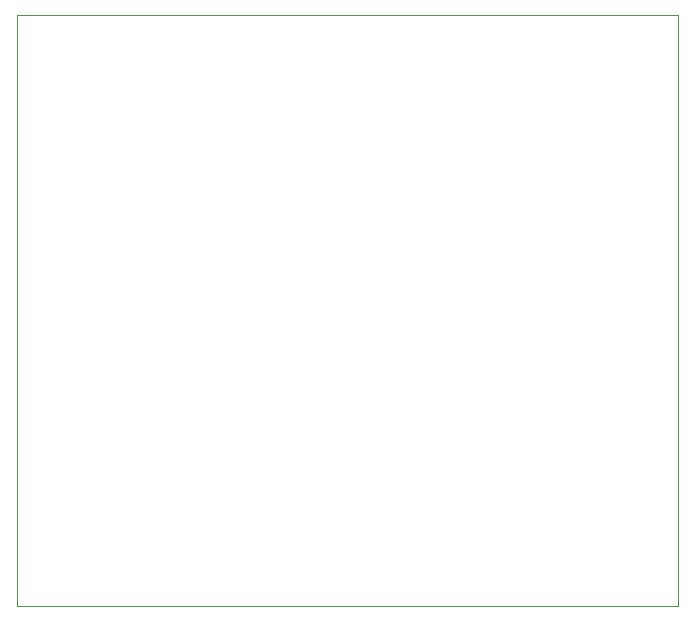
<source format=gbr>
%TF.GenerationSoftware,KiCad,Pcbnew,(5.1.6)-1*%
%TF.CreationDate,2025-01-16T14:06:25-05:00*%
%TF.ProjectId,rotary_board,726f7461-7279-45f6-926f-6172642e6b69,rev?*%
%TF.SameCoordinates,Original*%
%TF.FileFunction,Profile,NP*%
%FSLAX46Y46*%
G04 Gerber Fmt 4.6, Leading zero omitted, Abs format (unit mm)*
G04 Created by KiCad (PCBNEW (5.1.6)-1) date 2025-01-16 14:06:25*
%MOMM*%
%LPD*%
G01*
G04 APERTURE LIST*
%TA.AperFunction,Profile*%
%ADD10C,0.050000*%
%TD*%
G04 APERTURE END LIST*
D10*
X0Y50000000D02*
X0Y0D01*
X56000000Y50000000D02*
X0Y50000000D01*
X56000000Y0D02*
X56000000Y50000000D01*
X0Y0D02*
X56000000Y0D01*
M02*

</source>
